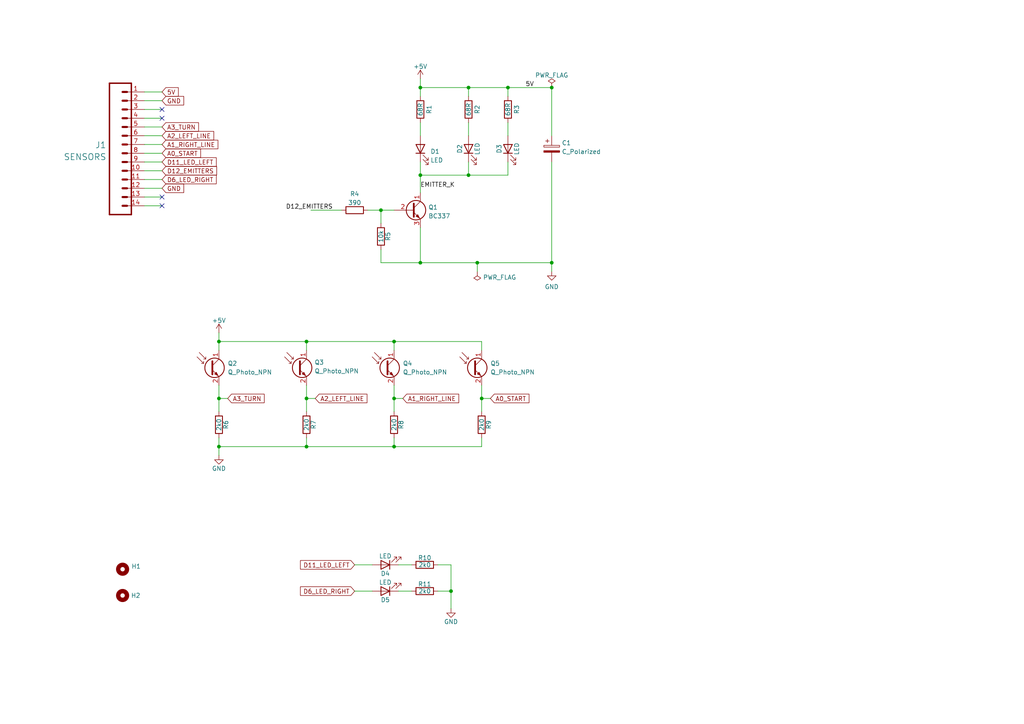
<source format=kicad_sch>
(kicad_sch (version 20211123) (generator eeschema)
  (paper "A4")
  (title_block (title "UKMARSBOT Template") (date "2022-08-19"))
  (lib_symbols
    (symbol "Device:C_Polarized" (pin_numbers hide) (pin_names (offset 0.254))
      (property "Reference" "C" (at 0.635 2.54 0))
      (property "Value" "C_Polarized" (at 0.635 -2.54 0))
      (symbol "C_Polarized_0_1"
        (rectangle (start -2.286 0.508) (end 2.286 1.016))
        (polyline (pts (xy -1.778 2.286) (xy -0.762 2.286)))
        (polyline (pts (xy -1.27 2.794) (xy -1.27 1.778)))
        (rectangle (start 2.286 -0.508) (end -2.286 -1.016) (fill (type outline)))
      )
      (symbol "C_Polarized_1_1"
        (pin passive line (at 0 3.81 270) (length 2.794) (name "~") (number "1"))
        (pin passive line (at 0 -3.81 90) (length 2.794) (name "~") (number "2"))
      )
    )
    (symbol "Device:LED" (pin_numbers hide) (pin_names (offset 1.016) hide)
      (property "Reference" "D" (at 0 2.54 0))
      (property "Value" "LED" (at 0 -2.54 0))
      (symbol "LED_0_1"
        (polyline (pts (xy -1.27 -1.27) (xy -1.27 1.27)) (stroke (width 0.254)))
        (polyline (pts (xy -1.27 0) (xy 1.27 0)))
        (polyline (pts (xy 1.27 -1.27) (xy 1.27 1.27) (xy -1.27 0) (xy 1.27 -1.27)) (stroke (width 0.254)))
        (polyline (pts (xy -3.048 -0.762) (xy -4.572 -2.286) (xy -3.81 -2.286) (xy -4.572 -2.286) (xy -4.572 -1.524)))
        (polyline (pts (xy -1.778 -0.762) (xy -3.302 -2.286) (xy -2.54 -2.286) (xy -3.302 -2.286) (xy -3.302 -1.524)))
      )
      (symbol "LED_1_1"
        (pin passive line (at -3.81 0 0) (length 2.54) (name "K") (number "1"))
        (pin passive line (at 3.81 0 180) (length 2.54) (name "A") (number "2"))
      )
    )
    (symbol "Device:Q_Photo_NPN" (pin_names (offset 0) hide)
      (property "Reference" "Q" (at 5.08 1.27 0))
      (property "Value" "Q_Photo_NPN" (at 5.08 -1.27 0))
      (symbol "Q_Photo_NPN_0_1"
        (polyline (pts (xy -1.905 1.27) (xy -2.54 1.27)))
        (polyline (pts (xy -1.27 2.54) (xy -1.905 2.54)))
        (polyline (pts (xy 0.635 0.635) (xy 2.54 2.54)))
        (polyline (pts (xy -3.81 3.175) (xy -1.905 1.27) (xy -1.905 1.905)))
        (polyline (pts (xy -3.175 4.445) (xy -1.27 2.54) (xy -1.27 3.175)))
        (polyline (pts (xy 0.635 -0.635) (xy 2.54 -2.54) (xy 2.54 -2.54)))
        (polyline (pts (xy 0.635 1.905) (xy 0.635 -1.905) (xy 0.635 -1.905)) (stroke (width 0.508)))
        (polyline (pts (xy 1.27 -1.778) (xy 1.778 -1.27) (xy 2.286 -2.286) (xy 1.27 -1.778) (xy 1.27 -1.778)) (fill (type outline)))
        (circle (center 1.27 0) (radius 2.8194) (stroke (width 0.254)))
      )
      (symbol "Q_Photo_NPN_1_1"
        (pin passive line (at 2.54 5.08 270) (length 2.54) (name "C") (number "1"))
        (pin passive line (at 2.54 -5.08 90) (length 2.54) (name "E") (number "2"))
      )
    )
    (symbol "Device:R" (pin_numbers hide) (pin_names (offset 0))
      (property "Reference" "R" (at 2.032 0 90))
      (property "Value" "R" (at 0 0 90))
      (symbol "R_0_1"
        (rectangle (start -1.016 -2.54) (end 1.016 2.54) (stroke (width 0.254)))
      )
      (symbol "R_1_1"
        (pin passive line (at 0 3.81 270) (length 1.27) (name "~") (number "1"))
        (pin passive line (at 0 -3.81 90) (length 1.27) (name "~") (number "2"))
      )
    )
    (symbol "Mechanical:MountingHole" (pin_names (offset 1.016))
      (property "Reference" "H" (at 0 5.08 0))
      (property "Value" "MountingHole" (at 0 3.175 0))
      (symbol "MountingHole_0_1"
        (circle (center 0 0) (radius 1.27) (stroke (width 1.27)))
      )
    )
    (symbol "Transistor_BJT:BC337" (pin_names (offset 0) hide)
      (property "Reference" "Q" (at 5.08 1.905 0))
      (property "Value" "BC337" (at 5.08 0 0))
      (symbol "BC337_0_1"
        (polyline (pts (xy 0 0) (xy 0.635 0)))
        (polyline (pts (xy 0.635 0.635) (xy 2.54 2.54)))
        (polyline (pts (xy 0.635 -0.635) (xy 2.54 -2.54) (xy 2.54 -2.54)))
        (polyline (pts (xy 0.635 1.905) (xy 0.635 -1.905) (xy 0.635 -1.905)) (stroke (width 0.508)))
        (polyline (pts (xy 1.27 -1.778) (xy 1.778 -1.27) (xy 2.286 -2.286) (xy 1.27 -1.778) (xy 1.27 -1.778)) (fill (type outline)))
        (circle (center 1.27 0) (radius 2.8194) (stroke (width 0.254)))
      )
      (symbol "BC337_1_1"
        (pin passive line (at 2.54 5.08 270) (length 2.54) (name "C") (number "1"))
        (pin input line (at -5.08 0 0) (length 5.08) (name "B") (number "2"))
        (pin passive line (at 2.54 -5.08 90) (length 2.54) (name "E") (number "3"))
      )
    )
    (symbol "power:+5V" (power) (pin_names (offset 0))
      (property "Value" "+5V" (at 0 3.556 0))
      (symbol "+5V_0_1"
        (polyline (pts (xy -0.762 1.27) (xy 0 2.54)))
        (polyline (pts (xy 0 0) (xy 0 2.54)))
        (polyline (pts (xy 0 2.54) (xy 0.762 1.27)))
      )
      (symbol "+5V_1_1"
        (pin power_in line (at 0 0 90) (length 0) hide (name "+5V") (number "1"))
      )
    )
    (symbol "power:GND" (power) (pin_names (offset 0))
      (property "Value" "GND" (at 0 -3.81 0))
      (symbol "GND_0_1"
        (polyline (pts (xy 0 0) (xy 0 -1.27) (xy 1.27 -1.27) (xy 0 -2.54) (xy -1.27 -1.27) (xy 0 -1.27)))
      )
      (symbol "GND_1_1"
        (pin power_in line (at 0 0 270) (length 0) hide (name "GND") (number "1"))
      )
    )
    (symbol "power:PWR_FLAG" (power) (pin_numbers hide) (pin_names (offset 0) hide)
      (property "Value" "PWR_FLAG" (at 0 3.81 0))
      (symbol "PWR_FLAG_0_0"
        (pin power_out line (at 0 0 90) (length 0) (name "pwr") (number "1"))
      )
      (symbol "PWR_FLAG_0_1"
        (polyline (pts (xy 0 0) (xy 0 1.27) (xy -1.016 1.905) (xy 0 2.54) (xy 1.016 1.905) (xy 0 1.27)))
      )
    )
    (symbol "ukmarsbot:CONN_14LOCK_LONGPADS"
      (property "Reference" "J" (at 0 18.288 0))
      (property "Value" "CONN_14LOCK_LONGPADS" (at 0 -22.606 0))
      (symbol "CONN_14LOCK_LONGPADS_1_0"
        (polyline (pts (xy 0 17.78) (xy 0 -20.32)) (stroke (width 0.4064)))
        (polyline (pts (xy 0 17.78) (xy 6.35 17.78)) (stroke (width 0.4064)))
        (polyline (pts (xy 3.81 -17.78) (xy 5.08 -17.78)) (stroke (width 0.6096)))
        (polyline (pts (xy 3.81 -15.24) (xy 5.08 -15.24)) (stroke (width 0.6096)))
        (polyline (pts (xy 3.81 -12.7) (xy 5.08 -12.7)) (stroke (width 0.6096)))
        (polyline (pts (xy 3.81 -10.16) (xy 5.08 -10.16)) (stroke (width 0.6096)))
        (polyline (pts (xy 3.81 -7.62) (xy 5.08 -7.62)) (stroke (width 0.6096)))
        (polyline (pts (xy 3.81 -5.08) (xy 5.08 -5.08)) (stroke (width 0.6096)))
        (polyline (pts (xy 3.81 -2.54) (xy 5.08 -2.54)) (stroke (width 0.6096)))
        (polyline (pts (xy 3.81 0) (xy 5.08 0)) (stroke (width 0.6096)))
        (polyline (pts (xy 3.81 2.54) (xy 5.08 2.54)) (stroke (width 0.6096)))
        (polyline (pts (xy 3.81 5.08) (xy 5.08 5.08)) (stroke (width 0.6096)))
        (polyline (pts (xy 3.81 7.62) (xy 5.08 7.62)) (stroke (width 0.6096)))
        (polyline (pts (xy 3.81 10.16) (xy 5.08 10.16)) (stroke (width 0.6096)))
        (polyline (pts (xy 3.81 12.7) (xy 5.08 12.7)) (stroke (width 0.6096)))
        (polyline (pts (xy 3.81 15.24) (xy 5.08 15.24)) (stroke (width 0.6096)))
        (polyline (pts (xy 6.35 -20.32) (xy 0 -20.32)) (stroke (width 0.4064)))
        (polyline (pts (xy 6.35 -20.32) (xy 6.35 17.78)) (stroke (width 0.4064)))
        (pin passive line (at 10.16 -17.78 180) (length 5.08) (name "1") (number "1"))
        (pin passive line (at 10.16 5.08 180) (length 5.08) (name "10") (number "10"))
        (pin passive line (at 10.16 7.62 180) (length 5.08) (name "11") (number "11"))
        (pin passive line (at 10.16 10.16 180) (length 5.08) (name "12") (number "12"))
        (pin passive line (at 10.16 12.7 180) (length 5.08) (name "13") (number "13"))
        (pin passive line (at 10.16 15.24 180) (length 5.08) (name "14") (number "14"))
        (pin passive line (at 10.16 -15.24 180) (length 5.08) (name "2") (number "2"))
        (pin passive line (at 10.16 -12.7 180) (length 5.08) (name "3") (number "3"))
        (pin passive line (at 10.16 -10.16 180) (length 5.08) (name "4") (number "4"))
        (pin passive line (at 10.16 -7.62 180) (length 5.08) (name "5") (number "5"))
        (pin passive line (at 10.16 -5.08 180) (length 5.08) (name "6") (number "6"))
        (pin passive line (at 10.16 -2.54 180) (length 5.08) (name "7") (number "7"))
        (pin passive line (at 10.16 0 180) (length 5.08) (name "8") (number "8"))
        (pin passive line (at 10.16 2.54 180) (length 5.08) (name "9") (number "9"))
      )
    )
  )
  (junction (at 110.49 60.96))
  (junction (at 139.7 115.57))
  (junction (at 160.02 76.2))
  (junction (at 63.5 129.54))
  (junction (at 138.43 76.2))
  (junction (at 88.9 115.57))
  (junction (at 121.92 25.4))
  (junction (at 135.89 50.8))
  (junction (at 114.3 129.54))
  (junction (at 114.3 115.57))
  (junction (at 121.92 50.8))
  (junction (at 63.5 115.57))
  (junction (at 88.9 99.06))
  (junction (at 160.02 25.4))
  (junction (at 114.3 99.06))
  (junction (at 130.81 171.45))
  (junction (at 147.32 25.4))
  (junction (at 121.92 76.2))
  (junction (at 63.5 99.06))
  (junction (at 135.89 25.4))
  (junction (at 88.9 129.54))
  (no_connect (at 46.99 57.15))
  (no_connect (at 46.99 59.69))
  (no_connect (at 46.99 31.75))
  (no_connect (at 46.99 34.29))
  (wire (pts (xy 41.91 31.75) (xy 46.99 31.75)))
  (wire (pts (xy 41.91 41.91) (xy 46.99 41.91)))
  (wire (pts (xy 147.32 35.56) (xy 147.32 39.37)))
  (wire (pts (xy 63.5 115.57) (xy 63.5 119.38)))
  (wire (pts (xy 114.3 127) (xy 114.3 129.54)))
  (wire (pts (xy 63.5 99.06) (xy 88.9 99.06)))
  (wire (pts (xy 41.91 54.61) (xy 46.99 54.61)))
  (wire (pts (xy 121.92 50.8) (xy 121.92 55.88)))
  (wire (pts (xy 138.43 78.74) (xy 138.43 76.2)))
  (wire (pts (xy 160.02 25.4) (xy 147.32 25.4)))
  (wire (pts (xy 41.91 59.69) (xy 46.99 59.69)))
  (wire (pts (xy 147.32 27.94) (xy 147.32 25.4)))
  (wire (pts (xy 127 163.83) (xy 130.81 163.83)))
  (wire (pts (xy 63.5 129.54) (xy 63.5 132.08)))
  (wire (pts (xy 130.81 163.83) (xy 130.81 171.45)))
  (wire (pts (xy 135.89 25.4) (xy 147.32 25.4)))
  (wire (pts (xy 41.91 26.67) (xy 46.99 26.67)))
  (wire (pts (xy 102.87 163.83) (xy 107.95 163.83)))
  (wire (pts (xy 139.7 129.54) (xy 139.7 127)))
  (wire (pts (xy 160.02 76.2) (xy 160.02 78.74)))
  (wire (pts (xy 138.43 76.2) (xy 160.02 76.2)))
  (wire (pts (xy 121.92 46.99) (xy 121.92 50.8)))
  (wire (pts (xy 139.7 115.57) (xy 142.24 115.57)))
  (wire (pts (xy 160.02 39.37) (xy 160.02 25.4)))
  (wire (pts (xy 63.5 111.76) (xy 63.5 115.57)))
  (wire (pts (xy 160.02 46.99) (xy 160.02 76.2)))
  (wire (pts (xy 110.49 76.2) (xy 121.92 76.2)))
  (wire (pts (xy 139.7 115.57) (xy 139.7 119.38)))
  (wire (pts (xy 139.7 111.76) (xy 139.7 115.57)))
  (wire (pts (xy 88.9 129.54) (xy 114.3 129.54)))
  (wire (pts (xy 121.92 66.04) (xy 121.92 76.2)))
  (wire (pts (xy 114.3 115.57) (xy 114.3 119.38)))
  (wire (pts (xy 114.3 99.06) (xy 139.7 99.06)))
  (wire (pts (xy 135.89 46.99) (xy 135.89 50.8)))
  (wire (pts (xy 135.89 50.8) (xy 121.92 50.8)))
  (wire (pts (xy 110.49 60.96) (xy 110.49 64.77)))
  (wire (pts (xy 139.7 101.6) (xy 139.7 99.06)))
  (wire (pts (xy 121.92 22.86) (xy 121.92 25.4)))
  (wire (pts (xy 41.91 46.99) (xy 46.99 46.99)))
  (wire (pts (xy 127 171.45) (xy 130.81 171.45)))
  (wire (pts (xy 88.9 99.06) (xy 114.3 99.06)))
  (wire (pts (xy 130.81 171.45) (xy 130.81 176.53)))
  (wire (pts (xy 110.49 60.96) (xy 114.3 60.96)))
  (wire (pts (xy 41.91 44.45) (xy 46.99 44.45)))
  (wire (pts (xy 88.9 111.76) (xy 88.9 115.57)))
  (wire (pts (xy 121.92 25.4) (xy 121.92 27.94)))
  (wire (pts (xy 88.9 115.57) (xy 88.9 119.38)))
  (wire (pts (xy 90.17 60.96) (xy 99.06 60.96)))
  (wire (pts (xy 63.5 127) (xy 63.5 129.54)))
  (wire (pts (xy 147.32 50.8) (xy 135.89 50.8)))
  (wire (pts (xy 88.9 127) (xy 88.9 129.54)))
  (wire (pts (xy 41.91 29.21) (xy 46.99 29.21)))
  (wire (pts (xy 63.5 99.06) (xy 63.5 101.6)))
  (wire (pts (xy 114.3 111.76) (xy 114.3 115.57)))
  (wire (pts (xy 63.5 115.57) (xy 66.04 115.57)))
  (wire (pts (xy 102.87 171.45) (xy 107.95 171.45)))
  (wire (pts (xy 135.89 35.56) (xy 135.89 39.37)))
  (wire (pts (xy 121.92 35.56) (xy 121.92 39.37)))
  (wire (pts (xy 41.91 52.07) (xy 46.99 52.07)))
  (wire (pts (xy 114.3 99.06) (xy 114.3 101.6)))
  (wire (pts (xy 121.92 76.2) (xy 138.43 76.2)))
  (wire (pts (xy 147.32 46.99) (xy 147.32 50.8)))
  (wire (pts (xy 63.5 96.52) (xy 63.5 99.06)))
  (wire (pts (xy 121.92 25.4) (xy 135.89 25.4)))
  (wire (pts (xy 41.91 34.29) (xy 46.99 34.29)))
  (wire (pts (xy 88.9 115.57) (xy 91.44 115.57)))
  (wire (pts (xy 41.91 36.83) (xy 46.99 36.83)))
  (wire (pts (xy 41.91 49.53) (xy 46.99 49.53)))
  (wire (pts (xy 106.68 60.96) (xy 110.49 60.96)))
  (wire (pts (xy 110.49 72.39) (xy 110.49 76.2)))
  (wire (pts (xy 114.3 129.54) (xy 139.7 129.54)))
  (wire (pts (xy 88.9 99.06) (xy 88.9 101.6)))
  (wire (pts (xy 114.3 115.57) (xy 116.84 115.57)))
  (wire (pts (xy 135.89 25.4) (xy 135.89 27.94)))
  (wire (pts (xy 115.57 163.83) (xy 119.38 163.83)))
  (wire (pts (xy 41.91 39.37) (xy 46.99 39.37)))
  (wire (pts (xy 63.5 129.54) (xy 88.9 129.54)))
  (wire (pts (xy 115.57 171.45) (xy 119.38 171.45)))
  (wire (pts (xy 41.91 57.15) (xy 46.99 57.15)))
  (label "5V" (at 152.4 25.4 0))
  (label "EMITTER_K" (at 121.92 54.61 0))
  (label "D12_EMITTERS" (at 96.52 60.96 180))
  (global_label "D6_LED_RIGHT" (shape input) (at 102.87 171.45 180) (property "Intersheet References" "${INTERSHEET_REFS}" (effects hide)))
  (global_label "A0_START" (shape input) (at 142.24 115.57 0) (property "Intersheet References" "${INTERSHEET_REFS}" (effects hide)))
  (global_label "A1_RIGHT_LINE" (shape input) (at 116.84 115.57 0) (property "Intersheet References" "${INTERSHEET_REFS}" (effects hide)))
  (global_label "D11_LED_LEFT" (shape input) (at 102.87 163.83 180) (property "Intersheet References" "${INTERSHEET_REFS}" (effects hide)))
  (global_label "5V" (shape input) (at 46.99 26.67 0) (property "Intersheet References" "${INTERSHEET_REFS}" (effects hide)))
  (global_label "GND" (shape input) (at 46.99 54.61 0) (property "Intersheet References" "${INTERSHEET_REFS}" (effects hide)))
  (global_label "D11_LED_LEFT" (shape input) (at 46.99 46.99 0) (property "Intersheet References" "${INTERSHEET_REFS}" (effects hide)))
  (global_label "A0_START" (shape input) (at 46.99 44.45 0) (property "Intersheet References" "${INTERSHEET_REFS}" (effects hide)))
  (global_label "GND" (shape input) (at 46.99 29.21 0) (property "Intersheet References" "${INTERSHEET_REFS}" (effects hide)))
  (global_label "A2_LEFT_LINE" (shape input) (at 91.44 115.57 0) (property "Intersheet References" "${INTERSHEET_REFS}" (effects hide)))
  (global_label "D12_EMITTERS" (shape input) (at 46.99 49.53 0) (property "Intersheet References" "${INTERSHEET_REFS}" (effects hide)))
  (global_label "D6_LED_RIGHT" (shape input) (at 46.99 52.07 0) (property "Intersheet References" "${INTERSHEET_REFS}" (effects hide)))
  (global_label "A1_RIGHT_LINE" (shape input) (at 46.99 41.91 0) (property "Intersheet References" "${INTERSHEET_REFS}" (effects hide)))
  (global_label "A3_TURN" (shape input) (at 66.04 115.57 0) (property "Intersheet References" "${INTERSHEET_REFS}" (effects hide)))
  (global_label "A3_TURN" (shape input) (at 46.99 36.83 0) (property "Intersheet References" "${INTERSHEET_REFS}" (effects hide)))
  (global_label "A2_LEFT_LINE" (shape input) (at 46.99 39.37 0) (property "Intersheet References" "${INTERSHEET_REFS}" (effects hide)))
  (symbol (lib_id "Device:R") (at 114.3 123.19 0) (unit 1)
    (property "Reference" "R8" (at 116.332 123.19 90))
    (property "Value" "2k0" (at 114.3 123.19 90))
    (property "Footprint" "Resistor_THT:R_Axial_DIN0207_L6.3mm_D2.5mm_P7.62mm_Horizontal" (effects hide))
  )
  (symbol (lib_id "Device:Q_Photo_NPN") (at 111.76 106.68 0) (unit 1)
    (property "Reference" "Q4" (at 116.84 105.41 0) (effects (justify left)))
    (property "Value" "Q_Photo_NPN" (at 116.84 107.95 0) (effects (justify left)))
    (property "Footprint" "LED_THT:LED_D3.0mm_IRGrey" (effects hide))
  )
  (symbol (lib_id "Device:LED") (at 111.76 163.83 180) (unit 1)
    (property "Reference" "D4" (at 111.76 166.37 0))
    (property "Value" "LED" (at 111.76 161.29 0))
    (property "Footprint" "LED_THT:LED_D3.0mm" (effects hide))
  )
  (symbol (lib_id "Device:R") (at 121.92 31.75 180) (unit 1)
    (property "Reference" "R1" (at 124.46 31.75 90))
    (property "Value" "68R" (at 121.92 31.75 90))
    (property "Footprint" "Resistor_THT:R_Axial_DIN0207_L6.3mm_D2.5mm_P7.62mm_Horizontal" (effects hide))
  )
  (symbol (lib_id "power:GND") (at 130.81 176.53 0) (unit 1)
    (property "Reference" "#PWR05" (effects hide))
    (property "Value" "GND" (at 130.81 180.34 0))
  )
  (symbol (lib_id "Device:C_Polarized") (at 160.02 43.18 0) (unit 1)
    (property "Reference" "C1" (at 162.941 41.4563 0) (effects (justify left)))
    (property "Value" "C_Polarized" (at 162.941 43.9932 0) (effects (justify left)))
    (property "Footprint" "Capacitor_THT:CP_Radial_D10.0mm_P2.50mm_P5.00mm" (effects hide))
  )
  (symbol (lib_id "Device:R") (at 147.32 31.75 180) (unit 1)
    (property "Reference" "R3" (at 149.86 31.75 90))
    (property "Value" "68R" (at 147.32 31.75 90))
    (property "Footprint" "Resistor_THT:R_Axial_DIN0207_L6.3mm_D2.5mm_P7.62mm_Horizontal" (effects hide))
  )
  (symbol (lib_id "Device:R") (at 123.19 163.83 90) (unit 1)
    (property "Reference" "R10" (at 123.19 161.798 90))
    (property "Value" "2k0" (at 123.19 163.83 90))
    (property "Footprint" "Resistor_THT:R_Axial_DIN0207_L6.3mm_D2.5mm_P7.62mm_Horizontal" (effects hide))
  )
  (symbol (lib_id "Transistor_BJT:BC337") (at 119.38 60.96 0) (unit 1)
    (property "Reference" "Q1" (at 124.2314 60.1253 0) (effects (justify left)))
    (property "Value" "BC337" (at 124.2314 62.6622 0) (effects (justify left)))
    (property "Footprint" "Package_TO_SOT_THT:TO-92_Inline" (effects hide))
    (property "Datasheet" "https://diotec.com/tl_files/diotec/files/pdf/datasheets/bc337.pdf" (effects hide))
  )
  (symbol (lib_id "Device:LED") (at 135.89 43.18 90) (unit 1)
    (property "Reference" "D2" (at 133.35 43.18 0))
    (property "Value" "LED" (at 138.43 43.18 0))
    (property "Footprint" "LED_THT:LED_D3.0mm" (effects hide))
  )
  (symbol (lib_id "power:PWR_FLAG") (at 138.43 78.74 180) (unit 1)
    (property "Reference" "#FLG02" (effects hide))
    (property "Value" "PWR_FLAG" (at 140.081 80.4438 0) (effects (justify right)))
  )
  (symbol (lib_id "Device:R") (at 63.5 123.19 0) (unit 1)
    (property "Reference" "R6" (at 65.532 123.19 90))
    (property "Value" "2k0" (at 63.5 123.19 90))
    (property "Footprint" "Resistor_THT:R_Axial_DIN0207_L6.3mm_D2.5mm_P7.62mm_Horizontal" (effects hide))
  )
  (symbol (lib_id "Device:LED") (at 121.92 43.18 90) (unit 1)
    (property "Reference" "D1" (at 124.841 43.9328 90) (effects (justify right)))
    (property "Value" "LED" (at 124.841 46.4697 90) (effects (justify right)))
    (property "Footprint" "LED_THT:LED_D3.0mm" (effects hide))
  )
  (symbol (lib_id "power:PWR_FLAG") (at 160.02 25.4 0) (unit 1)
    (property "Reference" "#FLG01" (effects hide))
    (property "Value" "PWR_FLAG" (at 160.02 21.8242 0))
  )
  (symbol (lib_id "power:+5V") (at 121.92 22.86 0) (unit 1)
    (property "Reference" "#PWR01" (effects hide))
    (property "Value" "+5V" (at 121.92 19.2842 0))
  )
  (symbol (lib_id "ukmarsbot:CONN_14LOCK_LONGPADS") (at 31.75 44.45 0) (mirror x) (unit 1)
    (property "Reference" "J1" (at 30.9119 42.0623 0) (effects (font (size 1.778 1.778)) (justify right)))
    (property "Value" "SENSORS" (at 30.9119 45.5123 0) (effects (font (size 1.778 1.778)) (justify right)))
    (property "Footprint" "ukmarsbot:PinHeader_1x14_P2.54mm_Vertical" (effects hide))
  )
  (symbol (lib_id "power:+5V") (at 63.5 96.52 0) (unit 1)
    (property "Reference" "#PWR03" (effects hide))
    (property "Value" "+5V" (at 63.5 92.964 0))
  )
  (symbol (lib_id "Device:Q_Photo_NPN") (at 86.36 106.68 0) (unit 1)
    (property "Reference" "Q3" (at 91.2114 105.096 0) (effects (justify left)))
    (property "Value" "Q_Photo_NPN" (at 91.2114 107.6329 0) (effects (justify left)))
    (property "Footprint" "LED_THT:LED_D3.0mm_IRGrey" (effects hide))
  )
  (symbol (lib_id "Mechanical:MountingHole") (at 35.56 172.72 0) (unit 1)
    (property "Reference" "H2" (at 39.37 172.72 0))
    (property "Value" "MountingHole" (effects hide))
    (property "Footprint" "MountingHole:MountingHole_3.2mm_M3" (effects hide))
  )
  (symbol (lib_id "Device:R") (at 135.89 31.75 0) (unit 1)
    (property "Reference" "R2" (at 138.43 31.75 90))
    (property "Value" "68R" (at 135.89 31.75 90))
    (property "Footprint" "Resistor_THT:R_Axial_DIN0207_L6.3mm_D2.5mm_P7.62mm_Horizontal" (effects hide))
  )
  (symbol (lib_id "Device:R") (at 123.19 171.45 90) (unit 1)
    (property "Reference" "R11" (at 123.19 169.418 90))
    (property "Value" "2k0" (at 123.19 171.45 90))
    (property "Footprint" "Resistor_THT:R_Axial_DIN0207_L6.3mm_D2.5mm_P7.62mm_Horizontal" (effects hide))
  )
  (symbol (lib_id "Device:R") (at 88.9 123.19 0) (unit 1)
    (property "Reference" "R7" (at 90.932 123.19 90))
    (property "Value" "2k0" (at 88.9 123.19 90))
    (property "Footprint" "Resistor_THT:R_Axial_DIN0207_L6.3mm_D2.5mm_P7.62mm_Horizontal" (effects hide))
  )
  (symbol (lib_id "Mechanical:MountingHole") (at 35.56 165.1 0) (unit 1)
    (property "Reference" "H1" (at 38.1 164.2653 0) (effects (justify left)))
    (property "Value" "MountingHole" (effects hide))
    (property "Footprint" "MountingHole:MountingHole_3.2mm_M3" (effects hide))
  )
  (symbol (lib_id "Device:R") (at 102.87 60.96 90) (unit 1)
    (property "Reference" "R4" (at 102.87 56.2442 90))
    (property "Value" "390" (at 102.87 58.7811 90))
    (property "Footprint" "Resistor_THT:R_Axial_DIN0207_L6.3mm_D2.5mm_P7.62mm_Horizontal" (effects hide))
  )
  (symbol (lib_id "Device:R") (at 110.49 68.58 0) (unit 1)
    (property "Reference" "R5" (at 112.522 68.58 90))
    (property "Value" "10k" (at 110.49 68.58 90))
    (property "Footprint" "Resistor_THT:R_Axial_DIN0207_L6.3mm_D2.5mm_P7.62mm_Horizontal" (effects hide))
  )
  (symbol (lib_id "power:GND") (at 63.5 132.08 0) (unit 1)
    (property "Reference" "#PWR04" (effects hide))
    (property "Value" "GND" (at 63.5 135.89 0))
  )
  (symbol (lib_id "Device:R") (at 139.7 123.19 0) (unit 1)
    (property "Reference" "R9" (at 141.732 123.19 90))
    (property "Value" "2k0" (at 139.7 123.19 90))
    (property "Footprint" "Resistor_THT:R_Axial_DIN0207_L6.3mm_D2.5mm_P7.62mm_Horizontal" (effects hide))
  )
  (symbol (lib_id "Device:LED") (at 111.76 171.45 180) (unit 1)
    (property "Reference" "D5" (at 111.76 173.99 0))
    (property "Value" "LED" (at 111.76 168.91 0))
    (property "Footprint" "LED_THT:LED_D3.0mm" (effects hide))
  )
  (symbol (lib_id "power:GND") (at 160.02 78.74 0) (unit 1)
    (property "Reference" "#PWR02" (effects hide))
    (property "Value" "GND" (at 160.02 83.1834 0))
  )
  (symbol (lib_id "Device:Q_Photo_NPN") (at 137.16 106.68 0) (unit 1)
    (property "Reference" "Q5" (at 142.24 105.41 0) (effects (justify left)))
    (property "Value" "Q_Photo_NPN" (at 142.24 107.95 0) (effects (justify left)))
    (property "Footprint" "LED_THT:LED_D3.0mm_IRGrey" (effects hide))
  )
  (symbol (lib_id "Device:LED") (at 147.32 43.18 90) (unit 1)
    (property "Reference" "D3" (at 144.78 43.18 0))
    (property "Value" "LED" (at 149.86 43.18 0))
    (property "Footprint" "LED_THT:LED_D3.0mm" (effects hide))
  )
  (symbol (lib_id "Device:Q_Photo_NPN") (at 60.96 106.68 0) (unit 1)
    (property "Reference" "Q2" (at 66.04 105.41 0) (effects (justify left)))
    (property "Value" "Q_Photo_NPN" (at 66.04 107.95 0) (effects (justify left)))
    (property "Footprint" "LED_THT:LED_D3.0mm_IRGrey" (effects hide))
  )
)
</source>
